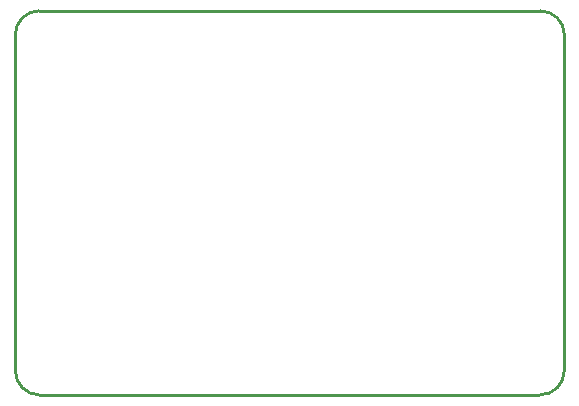
<source format=gko>
G04 Layer: BoardOutlineLayer*
G04 EasyEDA v6.5.39, 2024-01-11 12:10:10*
G04 6726c83836ac4f208e7d9a6969430780,b65fc79a3ba447d2aedd2257ff82dca6,10*
G04 Gerber Generator version 0.2*
G04 Scale: 100 percent, Rotated: No, Reflected: No *
G04 Dimensions in millimeters *
G04 leading zeros omitted , absolute positions ,4 integer and 5 decimal *
%FSLAX45Y45*%
%MOMM*%

%ADD10C,0.2540*%
D10*
X6600438Y2616200D02*
G01*
X2438400Y2616200D01*
X2235200Y5664200D02*
G01*
X2235200Y2819400D01*
X2438400Y5867400D02*
G01*
X6680200Y5867400D01*
X6672740Y2616200D02*
G01*
X6600438Y2616200D01*
X6882960Y5677555D02*
G01*
X6882960Y2819400D01*
G75*
G01*
X6883400Y5664200D02*
G03*
X6680200Y5867400I-203200J0D01*
G75*
G01*
X6672740Y2616200D02*
G03*
X6883527Y2821287I7459J203200D01*
G75*
G01*
X2438400Y5867400D02*
G03*
X2235200Y5664200I0J-203200D01*
G75*
G01*
X2235200Y2819400D02*
G03*
X2438400Y2616200I203200J0D01*

%LPD*%
M02*

</source>
